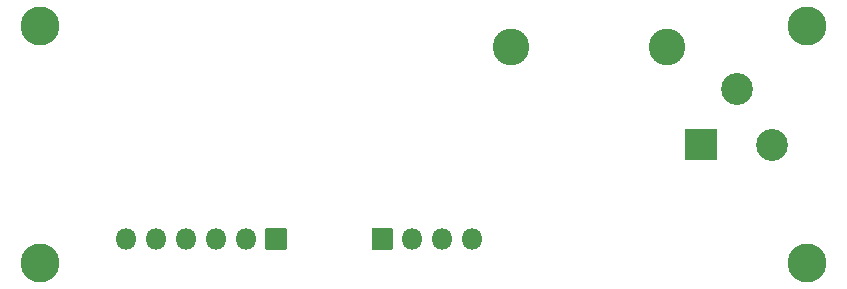
<source format=gbs>
%TF.GenerationSoftware,KiCad,Pcbnew,5.1.10-6.fc33*%
%TF.CreationDate,2021-10-21T00:53:11-07:00*%
%TF.ProjectId,esp32_7seg_alarm_clock_controller,65737033-325f-4377-9365-675f616c6172,rev?*%
%TF.SameCoordinates,Original*%
%TF.FileFunction,Soldermask,Bot*%
%TF.FilePolarity,Negative*%
%FSLAX46Y46*%
G04 Gerber Fmt 4.6, Leading zero omitted, Abs format (unit mm)*
G04 Created by KiCad (PCBNEW 5.1.10-6.fc33) date 2021-10-21 00:53:11*
%MOMM*%
%LPD*%
G01*
G04 APERTURE LIST*
%ADD10C,3.300000*%
%ADD11C,3.100000*%
%ADD12O,1.800000X1.800000*%
%ADD13C,2.700000*%
G04 APERTURE END LIST*
D10*
%TO.C,M4*%
X170000000Y-125000000D03*
%TD*%
%TO.C,M3*%
X105000000Y-125000000D03*
%TD*%
%TO.C,M2*%
X170000000Y-105000000D03*
%TD*%
%TO.C,M1*%
X105000000Y-105000000D03*
%TD*%
D11*
%TO.C,BT1*%
X158100000Y-106750000D03*
X144900000Y-106750000D03*
%TD*%
%TO.C,J1*%
G36*
G01*
X124150000Y-122100000D02*
X125850000Y-122100000D01*
G75*
G02*
X125900000Y-122150000I0J-50000D01*
G01*
X125900000Y-123850000D01*
G75*
G02*
X125850000Y-123900000I-50000J0D01*
G01*
X124150000Y-123900000D01*
G75*
G02*
X124100000Y-123850000I0J50000D01*
G01*
X124100000Y-122150000D01*
G75*
G02*
X124150000Y-122100000I50000J0D01*
G01*
G37*
D12*
X122460000Y-123000000D03*
X119920000Y-123000000D03*
X117380000Y-123000000D03*
X114840000Y-123000000D03*
X112300000Y-123000000D03*
%TD*%
%TO.C,J2*%
G36*
G01*
X162300000Y-116350000D02*
X159700000Y-116350000D01*
G75*
G02*
X159650000Y-116300000I0J50000D01*
G01*
X159650000Y-113700000D01*
G75*
G02*
X159700000Y-113650000I50000J0D01*
G01*
X162300000Y-113650000D01*
G75*
G02*
X162350000Y-113700000I0J-50000D01*
G01*
X162350000Y-116300000D01*
G75*
G02*
X162300000Y-116350000I-50000J0D01*
G01*
G37*
D13*
X167000000Y-115000000D03*
X164000000Y-110300000D03*
%TD*%
%TO.C,J3*%
G36*
G01*
X134850000Y-123900000D02*
X133150000Y-123900000D01*
G75*
G02*
X133100000Y-123850000I0J50000D01*
G01*
X133100000Y-122150000D01*
G75*
G02*
X133150000Y-122100000I50000J0D01*
G01*
X134850000Y-122100000D01*
G75*
G02*
X134900000Y-122150000I0J-50000D01*
G01*
X134900000Y-123850000D01*
G75*
G02*
X134850000Y-123900000I-50000J0D01*
G01*
G37*
D12*
X136540000Y-123000000D03*
X139080000Y-123000000D03*
X141620000Y-123000000D03*
%TD*%
M02*

</source>
